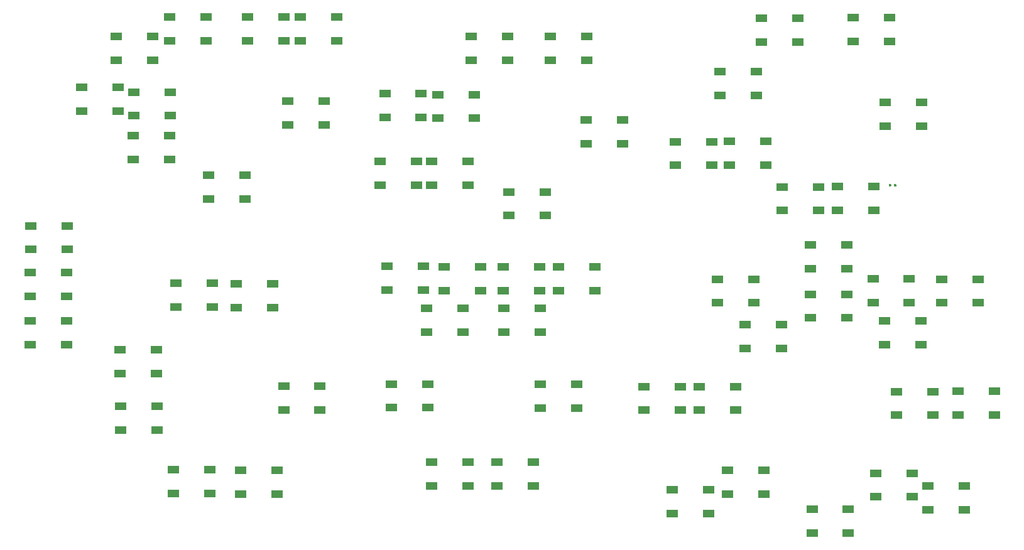
<source format=gbr>
%TF.GenerationSoftware,KiCad,Pcbnew,(5.1.6)-1*%
%TF.CreationDate,2020-11-25T11:23:34+11:00*%
%TF.ProjectId,SIM CNTL Panel PCB V1,53494d20-434e-4544-9c20-50616e656c20,rev?*%
%TF.SameCoordinates,Original*%
%TF.FileFunction,Paste,Top*%
%TF.FilePolarity,Positive*%
%FSLAX46Y46*%
G04 Gerber Fmt 4.6, Leading zero omitted, Abs format (unit mm)*
G04 Created by KiCad (PCBNEW (5.1.6)-1) date 2020-11-25 11:23:34*
%MOMM*%
%LPD*%
G01*
G04 APERTURE LIST*
%ADD10R,1.500000X1.000000*%
G04 APERTURE END LIST*
D10*
%TO.C,D62*%
X136767000Y-94691400D03*
X136767000Y-97891400D03*
X141667000Y-94691400D03*
X141667000Y-97891400D03*
%TD*%
%TO.C,D61*%
X131981000Y-104877000D03*
X131981000Y-108077000D03*
X136881000Y-104877000D03*
X136881000Y-108077000D03*
%TD*%
%TO.C,D60*%
X137442000Y-115443000D03*
X137442000Y-118643000D03*
X142342000Y-115443000D03*
X142342000Y-118643000D03*
%TD*%
%TO.C,D59*%
X146242000Y-115418000D03*
X146242000Y-118618000D03*
X151142000Y-115418000D03*
X151142000Y-118618000D03*
%TD*%
%TO.C,D58*%
X152097000Y-104902000D03*
X152097000Y-108102000D03*
X156997000Y-104902000D03*
X156997000Y-108102000D03*
%TD*%
%TO.C,D57*%
X147170000Y-94665800D03*
X147170000Y-97865800D03*
X152070000Y-94665800D03*
X152070000Y-97865800D03*
%TD*%
%TO.C,D56*%
X154536000Y-89077800D03*
X154536000Y-92277800D03*
X159436000Y-89077800D03*
X159436000Y-92277800D03*
%TD*%
%TO.C,D55*%
X147105000Y-89078000D03*
X147105000Y-92278000D03*
X152005000Y-89078000D03*
X152005000Y-92278000D03*
%TD*%
%TO.C,D54*%
X139118000Y-89052800D03*
X139118000Y-92252800D03*
X144018000Y-89052800D03*
X144018000Y-92252800D03*
%TD*%
%TO.C,D53*%
X188482000Y-92761000D03*
X188482000Y-95961000D03*
X193382000Y-92761000D03*
X193382000Y-95961000D03*
%TD*%
%TO.C,D52*%
X175973000Y-90728800D03*
X175973000Y-93928800D03*
X180873000Y-90728800D03*
X180873000Y-93928800D03*
%TD*%
%TO.C,D51*%
X179682000Y-96850200D03*
X179682000Y-100050200D03*
X184582000Y-96850200D03*
X184582000Y-100050200D03*
%TD*%
%TO.C,D50*%
X166042000Y-105207000D03*
X166042000Y-108407000D03*
X170942000Y-105207000D03*
X170942000Y-108407000D03*
%TD*%
%TO.C,D49*%
X173496000Y-105207000D03*
X173496000Y-108407000D03*
X178396000Y-105207000D03*
X178396000Y-108407000D03*
%TD*%
%TO.C,D48*%
X169864000Y-119152000D03*
X169864000Y-122352000D03*
X174764000Y-119152000D03*
X174764000Y-122352000D03*
%TD*%
%TO.C,D47*%
X177269000Y-116510000D03*
X177269000Y-119710000D03*
X182169000Y-116510000D03*
X182169000Y-119710000D03*
%TD*%
%TO.C,D46*%
X188685000Y-121793000D03*
X188685000Y-124993000D03*
X193585000Y-121793000D03*
X193585000Y-124993000D03*
%TD*%
%TO.C,D45*%
X197284000Y-116891000D03*
X197284000Y-120091000D03*
X202184000Y-116891000D03*
X202184000Y-120091000D03*
%TD*%
%TO.C,D44*%
X204345000Y-118643000D03*
X204345000Y-121843000D03*
X209245000Y-118643000D03*
X209245000Y-121843000D03*
%TD*%
%TO.C,D43*%
X208345000Y-105867000D03*
X208345000Y-109067000D03*
X213245000Y-105867000D03*
X213245000Y-109067000D03*
%TD*%
%TO.C,D42*%
X200090000Y-105893000D03*
X200090000Y-109093000D03*
X204990000Y-105893000D03*
X204990000Y-109093000D03*
%TD*%
%TO.C,D41*%
X198503000Y-96393000D03*
X198503000Y-99593000D03*
X203403000Y-96393000D03*
X203403000Y-99593000D03*
%TD*%
%TO.C,D40*%
X206199000Y-90729200D03*
X206199000Y-93929200D03*
X211099000Y-90729200D03*
X211099000Y-93929200D03*
%TD*%
%TO.C,D39*%
X196903000Y-90703400D03*
X196903000Y-93903400D03*
X201803000Y-90703400D03*
X201803000Y-93903400D03*
%TD*%
%TO.C,D38*%
X188493000Y-86106000D03*
X188493000Y-89306000D03*
X193393000Y-86106000D03*
X193393000Y-89306000D03*
%TD*%
%TO.C,R1*%
G36*
G01*
X199356000Y-77979100D02*
X199356000Y-78180100D01*
G75*
G02*
X199276500Y-78259600I-79500J0D01*
G01*
X199117500Y-78259600D01*
G75*
G02*
X199038000Y-78180100I0J79500D01*
G01*
X199038000Y-77979100D01*
G75*
G02*
X199117500Y-77899600I79500J0D01*
G01*
X199276500Y-77899600D01*
G75*
G02*
X199356000Y-77979100I0J-79500D01*
G01*
G37*
G36*
G01*
X200046000Y-77979100D02*
X200046000Y-78180100D01*
G75*
G02*
X199966500Y-78259600I-79500J0D01*
G01*
X199807500Y-78259600D01*
G75*
G02*
X199728000Y-78180100I0J79500D01*
G01*
X199728000Y-77979100D01*
G75*
G02*
X199807500Y-77899600I79500J0D01*
G01*
X199966500Y-77899600D01*
G75*
G02*
X200046000Y-77979100I0J-79500D01*
G01*
G37*
%TD*%
%TO.C,D37*%
X131383000Y-89027200D03*
X131383000Y-92227200D03*
X136283000Y-89027200D03*
X136283000Y-92227200D03*
%TD*%
%TO.C,D36*%
X95441600Y-100254000D03*
X95441600Y-103454000D03*
X100341600Y-100254000D03*
X100341600Y-103454000D03*
%TD*%
%TO.C,D35*%
X95531600Y-107874000D03*
X95531600Y-111074000D03*
X100431600Y-107874000D03*
X100431600Y-111074000D03*
%TD*%
%TO.C,D34*%
X102604000Y-116434000D03*
X102604000Y-119634000D03*
X107504000Y-116434000D03*
X107504000Y-119634000D03*
%TD*%
%TO.C,D33*%
X111686000Y-116484000D03*
X111686000Y-119684000D03*
X116586000Y-116484000D03*
X116586000Y-119684000D03*
%TD*%
%TO.C,D32*%
X117489000Y-105156000D03*
X117489000Y-108356000D03*
X122389000Y-105156000D03*
X122389000Y-108356000D03*
%TD*%
%TO.C,D31*%
X111076000Y-91363800D03*
X111076000Y-94563800D03*
X115976000Y-91363800D03*
X115976000Y-94563800D03*
%TD*%
%TO.C,D30*%
X102999000Y-91262200D03*
X102999000Y-94462200D03*
X107899000Y-91262200D03*
X107899000Y-94462200D03*
%TD*%
%TO.C,D29*%
X83288800Y-96342200D03*
X83288800Y-99542200D03*
X88188800Y-96342200D03*
X88188800Y-99542200D03*
%TD*%
%TO.C,D28*%
X83314200Y-89865200D03*
X83314200Y-93065200D03*
X88214200Y-89865200D03*
X88214200Y-93065200D03*
%TD*%
%TO.C,D27*%
X83390400Y-83540600D03*
X83390400Y-86740600D03*
X88290400Y-83540600D03*
X88290400Y-86740600D03*
%TD*%
%TO.C,D26*%
X176304000Y-62763400D03*
X176304000Y-65963400D03*
X181204000Y-62763400D03*
X181204000Y-65963400D03*
%TD*%
%TO.C,D25*%
X170282000Y-72186800D03*
X170282000Y-75386800D03*
X175182000Y-72186800D03*
X175182000Y-75386800D03*
%TD*%
%TO.C,D24*%
X177574000Y-72136000D03*
X177574000Y-75336000D03*
X182474000Y-72136000D03*
X182474000Y-75336000D03*
%TD*%
%TO.C,D23*%
X184635000Y-78282800D03*
X184635000Y-81482800D03*
X189535000Y-78282800D03*
X189535000Y-81482800D03*
%TD*%
%TO.C,D22*%
X192102000Y-78257800D03*
X192102000Y-81457800D03*
X197002000Y-78257800D03*
X197002000Y-81457800D03*
%TD*%
%TO.C,D21*%
X198554000Y-66929000D03*
X198554000Y-70129000D03*
X203454000Y-66929000D03*
X203454000Y-70129000D03*
%TD*%
%TO.C,D20*%
X194248000Y-55473800D03*
X194248000Y-58673800D03*
X199148000Y-55473800D03*
X199148000Y-58673800D03*
%TD*%
%TO.C,D19*%
X181864000Y-55549800D03*
X181864000Y-58749800D03*
X186764000Y-55549800D03*
X186764000Y-58749800D03*
%TD*%
%TO.C,D18*%
X142776000Y-57988200D03*
X142776000Y-61188200D03*
X147676000Y-57988200D03*
X147676000Y-61188200D03*
%TD*%
%TO.C,D17*%
X153430000Y-58013800D03*
X153430000Y-61213800D03*
X158330000Y-58013800D03*
X158330000Y-61213800D03*
%TD*%
%TO.C,D16*%
X158230000Y-69240600D03*
X158230000Y-72440600D03*
X163130000Y-69240600D03*
X163130000Y-72440600D03*
%TD*%
%TO.C,D15*%
X147830000Y-78968600D03*
X147830000Y-82168600D03*
X152730000Y-78968600D03*
X152730000Y-82168600D03*
%TD*%
%TO.C,D14*%
X137442000Y-74853800D03*
X137442000Y-78053800D03*
X142342000Y-74853800D03*
X142342000Y-78053800D03*
%TD*%
%TO.C,D13*%
X130482000Y-74879200D03*
X130482000Y-78079200D03*
X135382000Y-74879200D03*
X135382000Y-78079200D03*
%TD*%
%TO.C,D12*%
X138305000Y-65836800D03*
X138305000Y-69036800D03*
X143205000Y-65836800D03*
X143205000Y-69036800D03*
%TD*%
%TO.C,D11*%
X131117000Y-65684400D03*
X131117000Y-68884400D03*
X136017000Y-65684400D03*
X136017000Y-68884400D03*
%TD*%
%TO.C,D10*%
X90299200Y-64897000D03*
X90299200Y-68097000D03*
X95199200Y-64897000D03*
X95199200Y-68097000D03*
%TD*%
%TO.C,D9*%
X97309600Y-65506600D03*
X97309600Y-68706600D03*
X102209600Y-65506600D03*
X102209600Y-68706600D03*
%TD*%
%TO.C,D8*%
X97219600Y-71374200D03*
X97219600Y-74574200D03*
X102119600Y-71374200D03*
X102119600Y-74574200D03*
%TD*%
%TO.C,D7*%
X107368000Y-76733400D03*
X107368000Y-79933400D03*
X112268000Y-76733400D03*
X112268000Y-79933400D03*
%TD*%
%TO.C,D6*%
X118061000Y-66751200D03*
X118061000Y-69951200D03*
X122961000Y-66751200D03*
X122961000Y-69951200D03*
%TD*%
%TO.C,D5*%
X119710200Y-55372400D03*
X119710200Y-58572400D03*
X124610200Y-55372400D03*
X124610200Y-58572400D03*
%TD*%
%TO.C,D4*%
X112649000Y-55397800D03*
X112649000Y-58597800D03*
X117549000Y-55397800D03*
X117549000Y-58597800D03*
%TD*%
%TO.C,D3*%
X102147000Y-55372200D03*
X102147000Y-58572200D03*
X107047000Y-55372200D03*
X107047000Y-58572200D03*
%TD*%
%TO.C,D2*%
X94933600Y-57988400D03*
X94933600Y-61188400D03*
X99833600Y-57988400D03*
X99833600Y-61188400D03*
%TD*%
M02*

</source>
